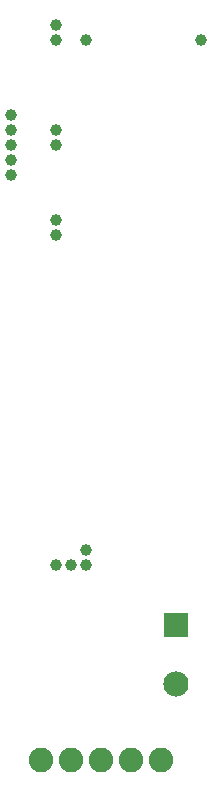
<source format=gbs>
G75*
%MOIN*%
%OFA0B0*%
%FSLAX25Y25*%
%IPPOS*%
%LPD*%
%AMOC8*
5,1,8,0,0,1.08239X$1,22.5*
%
%ADD10C,0.08400*%
%ADD11R,0.08400X0.08400*%
%ADD12C,0.08200*%
%ADD13C,0.03900*%
D10*
X0066500Y0031657D03*
D11*
X0066500Y0051343D03*
D12*
X0021500Y0006500D03*
X0031500Y0006500D03*
X0041500Y0006500D03*
X0051500Y0006500D03*
X0061500Y0006500D03*
D13*
X0036500Y0071500D03*
X0036500Y0076500D03*
X0031500Y0071500D03*
X0026500Y0071500D03*
X0026500Y0181500D03*
X0026500Y0186500D03*
X0026500Y0211500D03*
X0026500Y0216500D03*
X0026500Y0246500D03*
X0026500Y0251500D03*
X0036500Y0246500D03*
X0011500Y0221500D03*
X0011500Y0216500D03*
X0011500Y0211500D03*
X0011500Y0206500D03*
X0011500Y0201500D03*
X0075000Y0246500D03*
M02*

</source>
